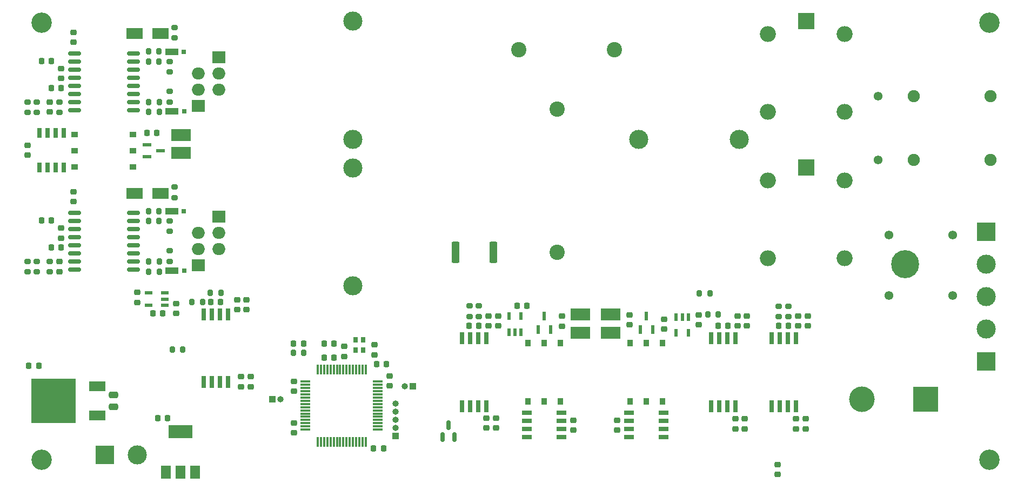
<source format=gbr>
%TF.GenerationSoftware,KiCad,Pcbnew,(6.0.9)*%
%TF.CreationDate,2023-03-15T23:45:40+00:00*%
%TF.ProjectId,GTI_V5,4754495f-5635-42e6-9b69-6361645f7063,rev?*%
%TF.SameCoordinates,Original*%
%TF.FileFunction,Soldermask,Top*%
%TF.FilePolarity,Negative*%
%FSLAX46Y46*%
G04 Gerber Fmt 4.6, Leading zero omitted, Abs format (unit mm)*
G04 Created by KiCad (PCBNEW (6.0.9)) date 2023-03-15 23:45:40*
%MOMM*%
%LPD*%
G01*
G04 APERTURE LIST*
G04 Aperture macros list*
%AMRoundRect*
0 Rectangle with rounded corners*
0 $1 Rounding radius*
0 $2 $3 $4 $5 $6 $7 $8 $9 X,Y pos of 4 corners*
0 Add a 4 corners polygon primitive as box body*
4,1,4,$2,$3,$4,$5,$6,$7,$8,$9,$2,$3,0*
0 Add four circle primitives for the rounded corners*
1,1,$1+$1,$2,$3*
1,1,$1+$1,$4,$5*
1,1,$1+$1,$6,$7*
1,1,$1+$1,$8,$9*
0 Add four rect primitives between the rounded corners*
20,1,$1+$1,$2,$3,$4,$5,0*
20,1,$1+$1,$4,$5,$6,$7,0*
20,1,$1+$1,$6,$7,$8,$9,0*
20,1,$1+$1,$8,$9,$2,$3,0*%
G04 Aperture macros list end*
%ADD10RoundRect,0.225000X-0.250000X0.225000X-0.250000X-0.225000X0.250000X-0.225000X0.250000X0.225000X0*%
%ADD11C,4.400000*%
%ADD12R,1.120000X0.960000*%
%ADD13C,2.400000*%
%ADD14C,1.381000*%
%ADD15C,1.905000*%
%ADD16R,2.500000X2.500000*%
%ADD17O,2.500000X2.500000*%
%ADD18R,4.000000X4.000000*%
%ADD19C,4.000000*%
%ADD20R,0.600000X1.200000*%
%ADD21RoundRect,0.200000X-0.275000X0.200000X-0.275000X-0.200000X0.275000X-0.200000X0.275000X0.200000X0*%
%ADD22RoundRect,0.225000X0.250000X-0.225000X0.250000X0.225000X-0.250000X0.225000X-0.250000X-0.225000X0*%
%ADD23R,1.500000X2.000000*%
%ADD24R,3.800000X2.000000*%
%ADD25R,1.525000X0.650000*%
%ADD26RoundRect,0.225000X0.225000X0.250000X-0.225000X0.250000X-0.225000X-0.250000X0.225000X-0.250000X0*%
%ADD27R,3.000000X3.000000*%
%ADD28C,3.000000*%
%ADD29RoundRect,0.225000X-0.225000X-0.250000X0.225000X-0.250000X0.225000X0.250000X-0.225000X0.250000X0*%
%ADD30RoundRect,0.200000X0.200000X0.275000X-0.200000X0.275000X-0.200000X-0.275000X0.200000X-0.275000X0*%
%ADD31R,0.960000X1.120000*%
%ADD32R,0.600000X1.350000*%
%ADD33C,3.200000*%
%ADD34R,2.500000X1.500000*%
%ADD35R,7.000000X7.000000*%
%ADD36R,3.100000X1.900000*%
%ADD37R,1.000000X1.000000*%
%ADD38O,1.000000X1.000000*%
%ADD39RoundRect,0.200000X0.275000X-0.200000X0.275000X0.200000X-0.275000X0.200000X-0.275000X-0.200000X0*%
%ADD40RoundRect,0.150000X-0.875000X-0.150000X0.875000X-0.150000X0.875000X0.150000X-0.875000X0.150000X0*%
%ADD41R,2.000000X1.100000*%
%ADD42R,0.800000X0.800000*%
%ADD43RoundRect,0.250000X-0.475000X0.250000X-0.475000X-0.250000X0.475000X-0.250000X0.475000X0.250000X0*%
%ADD44RoundRect,0.150000X0.150000X-0.587500X0.150000X0.587500X-0.150000X0.587500X-0.150000X-0.587500X0*%
%ADD45R,0.800000X0.900000*%
%ADD46R,0.650000X1.850000*%
%ADD47RoundRect,0.075000X-0.075000X0.700000X-0.075000X-0.700000X0.075000X-0.700000X0.075000X0.700000X0*%
%ADD48RoundRect,0.075000X-0.700000X0.075000X-0.700000X-0.075000X0.700000X-0.075000X0.700000X0.075000X0*%
%ADD49R,1.200000X0.600000*%
%ADD50R,1.350000X0.600000*%
%ADD51RoundRect,0.200000X-0.200000X-0.275000X0.200000X-0.275000X0.200000X0.275000X-0.200000X0.275000X0*%
%ADD52R,2.500000X1.800000*%
%ADD53RoundRect,0.218750X0.218750X0.256250X-0.218750X0.256250X-0.218750X-0.256250X0.218750X-0.256250X0*%
%ADD54RoundRect,0.250000X0.362500X1.425000X-0.362500X1.425000X-0.362500X-1.425000X0.362500X-1.425000X0*%
%ADD55R,0.650000X1.525000*%
%ADD56R,2.000000X1.905000*%
%ADD57O,2.000000X1.905000*%
G04 APERTURE END LIST*
D10*
%TO.C,C44*%
X74300000Y-97250000D03*
X74300000Y-98800000D03*
%TD*%
D11*
%TO.C,H5*%
X188500000Y-91100000D03*
%TD*%
D12*
%TO.C,T1*%
X58430000Y-70760000D03*
X58430000Y-73300000D03*
X58430000Y-75840000D03*
X67570000Y-75840000D03*
X67570000Y-73300000D03*
X67570000Y-70760000D03*
%TD*%
D13*
%TO.C,C20*%
X134000000Y-66750000D03*
X134000000Y-89250000D03*
%TD*%
D14*
%TO.C,C27*%
X184250000Y-74750000D03*
X184250000Y-64750000D03*
%TD*%
D15*
%TO.C,L5*%
X189900000Y-64750000D03*
X201900000Y-64750000D03*
X189900000Y-74750000D03*
X201900000Y-74750000D03*
%TD*%
D16*
%TO.C,K1*%
X173000000Y-53000000D03*
D17*
X167000000Y-55000000D03*
X167000000Y-67200000D03*
X179000000Y-67200000D03*
X179000000Y-55000000D03*
%TD*%
D14*
%TO.C,C22*%
X196000000Y-96000000D03*
X186000000Y-96000000D03*
%TD*%
D18*
%TO.C,C32*%
X191750000Y-112250000D03*
D19*
X181750000Y-112250000D03*
%TD*%
D20*
%TO.C,PS3*%
X126450000Y-101750000D03*
X127400000Y-101750000D03*
X128350000Y-101750000D03*
X128350000Y-99250000D03*
X126450000Y-99250000D03*
%TD*%
D21*
%TO.C,R43*%
X73277500Y-89005000D03*
X73277500Y-90655000D03*
%TD*%
D10*
%TO.C,C45*%
X171400000Y-115325000D03*
X171400000Y-116875000D03*
%TD*%
D22*
%TO.C,C17*%
X105387500Y-105275000D03*
X105387500Y-103725000D03*
%TD*%
D23*
%TO.C,U4*%
X72700000Y-123650000D03*
D24*
X75000000Y-117350000D03*
D23*
X75000000Y-123650000D03*
X77300000Y-123650000D03*
%TD*%
D25*
%TO.C,IC7*%
X145249500Y-114345000D03*
X145249500Y-115615000D03*
X145249500Y-116885000D03*
X145249500Y-118155000D03*
X150673500Y-118155000D03*
X150673500Y-116885000D03*
X150673500Y-115615000D03*
X150673500Y-114345000D03*
%TD*%
D26*
%TO.C,C40*%
X160750000Y-100750000D03*
X159200000Y-100750000D03*
%TD*%
D27*
%TO.C,J3*%
X201250000Y-106340000D03*
D28*
X201250000Y-101260000D03*
%TD*%
D29*
%TO.C,C4*%
X97475000Y-105750000D03*
X99025000Y-105750000D03*
%TD*%
D22*
%TO.C,C11*%
X54500000Y-67250000D03*
X54500000Y-65700000D03*
%TD*%
D30*
%TO.C,R29*%
X76775000Y-97000000D03*
X78425000Y-97000000D03*
%TD*%
D31*
%TO.C,T3*%
X129460000Y-112570000D03*
X132000000Y-112570000D03*
X134540000Y-112570000D03*
X134540000Y-103430000D03*
X132000000Y-103430000D03*
X129460000Y-103430000D03*
%TD*%
D32*
%TO.C,D3*%
X131050000Y-101350000D03*
X132950000Y-101350000D03*
X132000000Y-99250000D03*
%TD*%
D28*
%TO.C,L2*%
X102000000Y-53000000D03*
X102000000Y-71500000D03*
%TD*%
D33*
%TO.C,H2*%
X201750000Y-121750000D03*
%TD*%
D26*
%TO.C,C15*%
X54775000Y-59250000D03*
X53225000Y-59250000D03*
%TD*%
D20*
%TO.C,PS2*%
X154550000Y-99350000D03*
X153600000Y-99350000D03*
X152650000Y-99350000D03*
X152650000Y-101850000D03*
X154550000Y-101850000D03*
%TD*%
D34*
%TO.C,U3*%
X61925000Y-114800000D03*
D35*
X55075000Y-112500000D03*
D34*
X61925000Y-110200000D03*
%TD*%
D22*
%TO.C,C41*%
X162250000Y-100775000D03*
X162250000Y-99225000D03*
%TD*%
%TO.C,C13*%
X58250000Y-56275000D03*
X58250000Y-54725000D03*
%TD*%
D26*
%TO.C,C69*%
X106775000Y-120000000D03*
X105225000Y-120000000D03*
%TD*%
D22*
%TO.C,C42*%
X163750000Y-100775000D03*
X163750000Y-99225000D03*
%TD*%
D36*
%TO.C,C49*%
X142400000Y-99000000D03*
X142400000Y-101800000D03*
%TD*%
D37*
%TO.C,J6*%
X111400000Y-110200000D03*
D38*
X110130000Y-110200000D03*
%TD*%
D33*
%TO.C,H3*%
X53250000Y-53250000D03*
%TD*%
D25*
%TO.C,IC8*%
X129249500Y-114345000D03*
X129249500Y-115615000D03*
X129249500Y-116885000D03*
X129249500Y-118155000D03*
X134673500Y-118155000D03*
X134673500Y-116885000D03*
X134673500Y-115615000D03*
X134673500Y-114345000D03*
%TD*%
D10*
%TO.C,C39*%
X161900000Y-115325000D03*
X161900000Y-116875000D03*
%TD*%
D26*
%TO.C,C26*%
X56275000Y-88475000D03*
X54725000Y-88475000D03*
%TD*%
D22*
%TO.C,C14*%
X56250000Y-87000000D03*
X56250000Y-85450000D03*
%TD*%
D21*
%TO.C,R32*%
X73277500Y-64005000D03*
X73277500Y-65655000D03*
%TD*%
D22*
%TO.C,C63*%
X136500000Y-117075000D03*
X136500000Y-115525000D03*
%TD*%
D30*
%TO.C,R42*%
X71675000Y-90700000D03*
X70025000Y-90700000D03*
%TD*%
D39*
%TO.C,R21*%
X121750000Y-99263530D03*
X121750000Y-97613530D03*
%TD*%
D32*
%TO.C,D2*%
X147050000Y-101350000D03*
X148950000Y-101350000D03*
X148000000Y-99250000D03*
%TD*%
D29*
%TO.C,C37*%
X70675000Y-98800000D03*
X72225000Y-98800000D03*
%TD*%
D40*
%TO.C,U2*%
X58350000Y-58030000D03*
X58350000Y-59300000D03*
X58350000Y-60570000D03*
X58350000Y-61840000D03*
X58350000Y-63110000D03*
X58350000Y-64380000D03*
X58350000Y-65650000D03*
X58350000Y-66920000D03*
X67650000Y-66920000D03*
X67650000Y-65650000D03*
X67650000Y-64380000D03*
X67650000Y-63110000D03*
X67650000Y-61840000D03*
X67650000Y-60570000D03*
X67650000Y-59300000D03*
X67650000Y-58030000D03*
%TD*%
D39*
%TO.C,R22*%
X120250000Y-99263530D03*
X120250000Y-97613530D03*
%TD*%
D22*
%TO.C,C29*%
X58250000Y-81275000D03*
X58250000Y-79725000D03*
%TD*%
D39*
%TO.C,R13*%
X73277500Y-60955000D03*
X73277500Y-59305000D03*
%TD*%
%TO.C,R44*%
X54500000Y-92300000D03*
X54500000Y-90650000D03*
%TD*%
%TO.C,R18*%
X170250000Y-99325000D03*
X170250000Y-97675000D03*
%TD*%
D30*
%TO.C,R36*%
X71625000Y-84300000D03*
X69975000Y-84300000D03*
%TD*%
D22*
%TO.C,C53*%
X150800000Y-101275000D03*
X150800000Y-99725000D03*
%TD*%
D39*
%TO.C,R1*%
X74077500Y-55655000D03*
X74077500Y-54005000D03*
%TD*%
D40*
%TO.C,U5*%
X58350000Y-83030000D03*
X58350000Y-84300000D03*
X58350000Y-85570000D03*
X58350000Y-86840000D03*
X58350000Y-88110000D03*
X58350000Y-89380000D03*
X58350000Y-90650000D03*
X58350000Y-91920000D03*
X67650000Y-91920000D03*
X67650000Y-90650000D03*
X67650000Y-89380000D03*
X67650000Y-88110000D03*
X67650000Y-86840000D03*
X67650000Y-85570000D03*
X67650000Y-84300000D03*
X67650000Y-83030000D03*
%TD*%
D10*
%TO.C,C51*%
X145300000Y-99025000D03*
X145300000Y-100575000D03*
%TD*%
%TO.C,C56*%
X124400000Y-115225000D03*
X124400000Y-116775000D03*
%TD*%
D26*
%TO.C,C75*%
X72975000Y-115200000D03*
X71425000Y-115200000D03*
%TD*%
D39*
%TO.C,R39*%
X52500000Y-92300000D03*
X52500000Y-90650000D03*
%TD*%
%TO.C,R34*%
X74077500Y-79005000D03*
X74077500Y-80655000D03*
%TD*%
D22*
%TO.C,C48*%
X171750000Y-100750000D03*
X171750000Y-99200000D03*
%TD*%
%TO.C,C55*%
X124725000Y-100725000D03*
X124725000Y-99175000D03*
%TD*%
D16*
%TO.C,K2*%
X173000000Y-75972500D03*
D17*
X167000000Y-77972500D03*
X167000000Y-90172500D03*
X179000000Y-90172500D03*
X179000000Y-77972500D03*
%TD*%
D22*
%TO.C,C71*%
X168500000Y-124025000D03*
X168500000Y-122475000D03*
%TD*%
%TO.C,C67*%
X83875000Y-98200000D03*
X83875000Y-96650000D03*
%TD*%
D31*
%TO.C,T2*%
X145460000Y-112570000D03*
X148000000Y-112570000D03*
X150540000Y-112570000D03*
X150540000Y-103430000D03*
X148000000Y-103430000D03*
X145460000Y-103430000D03*
%TD*%
D41*
%TO.C,D7*%
X73670000Y-67130000D03*
D42*
X75570000Y-67130000D03*
%TD*%
D43*
%TO.C,C73*%
X64500000Y-111550000D03*
X64500000Y-113450000D03*
%TD*%
D22*
%TO.C,C31*%
X56000000Y-92250000D03*
X56000000Y-90700000D03*
%TD*%
D39*
%TO.C,R38*%
X51000000Y-92300000D03*
X51000000Y-90650000D03*
%TD*%
D22*
%TO.C,C43*%
X51000000Y-73998500D03*
X51000000Y-72448500D03*
%TD*%
%TO.C,C65*%
X84500000Y-108725000D03*
X84500000Y-110275000D03*
%TD*%
D44*
%TO.C,Q2*%
X116050000Y-118187500D03*
X117950000Y-118187500D03*
X117000000Y-116312500D03*
%TD*%
D41*
%TO.C,D5*%
X73600000Y-57830000D03*
D42*
X75500000Y-57830000D03*
%TD*%
D26*
%TO.C,C12*%
X56275000Y-63475000D03*
X54725000Y-63475000D03*
%TD*%
D28*
%TO.C,L4*%
X162550000Y-71500000D03*
X146750000Y-71500000D03*
%TD*%
D41*
%TO.C,D11*%
X73670000Y-92130000D03*
D42*
X75570000Y-92130000D03*
%TD*%
D29*
%TO.C,C74*%
X51225000Y-107000000D03*
X52775000Y-107000000D03*
%TD*%
D39*
%TO.C,R3*%
X52500000Y-67300000D03*
X52500000Y-65650000D03*
%TD*%
D27*
%TO.C,J2*%
X63170000Y-121000000D03*
D28*
X68250000Y-121000000D03*
%TD*%
D30*
%TO.C,R30*%
X94325000Y-105000000D03*
X92675000Y-105000000D03*
%TD*%
D22*
%TO.C,C3*%
X92750000Y-111025000D03*
X92750000Y-109475000D03*
%TD*%
D45*
%TO.C,Y1*%
X102375000Y-102925000D03*
X102375000Y-104575000D03*
X103625000Y-104575000D03*
X103625000Y-102925000D03*
%TD*%
D26*
%TO.C,C35*%
X69725000Y-70500000D03*
X71275000Y-70500000D03*
%TD*%
D46*
%TO.C,IC9*%
X82405000Y-98925000D03*
X81135000Y-98925000D03*
X79865000Y-98925000D03*
X78595000Y-98925000D03*
X78595000Y-109575000D03*
X79865000Y-109575000D03*
X81135000Y-109575000D03*
X82405000Y-109575000D03*
%TD*%
D22*
%TO.C,C54*%
X156200000Y-100575000D03*
X156200000Y-99025000D03*
%TD*%
D30*
%TO.C,R40*%
X75325000Y-104500000D03*
X73675000Y-104500000D03*
%TD*%
D13*
%TO.C,C33*%
X128000000Y-57500000D03*
X143000000Y-57500000D03*
%TD*%
D29*
%TO.C,C61*%
X127725000Y-97600000D03*
X129275000Y-97600000D03*
%TD*%
D10*
%TO.C,C38*%
X163400000Y-115325000D03*
X163400000Y-116875000D03*
%TD*%
D30*
%TO.C,R11*%
X71625000Y-59300000D03*
X69975000Y-59300000D03*
%TD*%
%TO.C,R31*%
X71675000Y-65700000D03*
X70025000Y-65700000D03*
%TD*%
D22*
%TO.C,C60*%
X123250000Y-100725000D03*
X123250000Y-99175000D03*
%TD*%
D10*
%TO.C,C70*%
X107750000Y-108625000D03*
X107750000Y-110175000D03*
%TD*%
D47*
%TO.C,U1*%
X104000000Y-107575000D03*
X103500000Y-107575000D03*
X103000000Y-107575000D03*
X102500000Y-107575000D03*
X102000000Y-107575000D03*
X101500000Y-107575000D03*
X101000000Y-107575000D03*
X100500000Y-107575000D03*
X100000000Y-107575000D03*
X99500000Y-107575000D03*
X99000000Y-107575000D03*
X98500000Y-107575000D03*
X98000000Y-107575000D03*
X97500000Y-107575000D03*
X97000000Y-107575000D03*
X96500000Y-107575000D03*
D48*
X94575000Y-109500000D03*
X94575000Y-110000000D03*
X94575000Y-110500000D03*
X94575000Y-111000000D03*
X94575000Y-111500000D03*
X94575000Y-112000000D03*
X94575000Y-112500000D03*
X94575000Y-113000000D03*
X94575000Y-113500000D03*
X94575000Y-114000000D03*
X94575000Y-114500000D03*
X94575000Y-115000000D03*
X94575000Y-115500000D03*
X94575000Y-116000000D03*
X94575000Y-116500000D03*
X94575000Y-117000000D03*
D47*
X96500000Y-118925000D03*
X97000000Y-118925000D03*
X97500000Y-118925000D03*
X98000000Y-118925000D03*
X98500000Y-118925000D03*
X99000000Y-118925000D03*
X99500000Y-118925000D03*
X100000000Y-118925000D03*
X100500000Y-118925000D03*
X101000000Y-118925000D03*
X101500000Y-118925000D03*
X102000000Y-118925000D03*
X102500000Y-118925000D03*
X103000000Y-118925000D03*
X103500000Y-118925000D03*
X104000000Y-118925000D03*
D48*
X105925000Y-117000000D03*
X105925000Y-116500000D03*
X105925000Y-116000000D03*
X105925000Y-115500000D03*
X105925000Y-115000000D03*
X105925000Y-114500000D03*
X105925000Y-114000000D03*
X105925000Y-113500000D03*
X105925000Y-113000000D03*
X105925000Y-112500000D03*
X105925000Y-112000000D03*
X105925000Y-111500000D03*
X105925000Y-111000000D03*
X105925000Y-110500000D03*
X105925000Y-110000000D03*
X105925000Y-109500000D03*
%TD*%
D10*
%TO.C,C59*%
X172900000Y-115325000D03*
X172900000Y-116875000D03*
%TD*%
D26*
%TO.C,C10*%
X99025000Y-103500000D03*
X97475000Y-103500000D03*
%TD*%
D39*
%TO.C,R19*%
X168750000Y-99325000D03*
X168750000Y-97675000D03*
%TD*%
D10*
%TO.C,C52*%
X134750000Y-99250000D03*
X134750000Y-100800000D03*
%TD*%
D49*
%TO.C,PS1*%
X72500000Y-97500000D03*
X72500000Y-96550000D03*
X72500000Y-95600000D03*
X70000000Y-95600000D03*
X70000000Y-97500000D03*
%TD*%
D39*
%TO.C,R2*%
X51000000Y-67300000D03*
X51000000Y-65650000D03*
%TD*%
D14*
%TO.C,C28*%
X186000000Y-86500000D03*
X196000000Y-86500000D03*
%TD*%
D50*
%TO.C,D1*%
X69762500Y-72350000D03*
X69762500Y-74250000D03*
X71862500Y-73300000D03*
%TD*%
D46*
%TO.C,IC5*%
X171405000Y-102675000D03*
X170135000Y-102675000D03*
X168865000Y-102675000D03*
X167595000Y-102675000D03*
X167595000Y-113325000D03*
X168865000Y-113325000D03*
X170135000Y-113325000D03*
X171405000Y-113325000D03*
%TD*%
D22*
%TO.C,C68*%
X85325000Y-98200000D03*
X85325000Y-96650000D03*
%TD*%
%TO.C,C47*%
X173250000Y-100750000D03*
X173250000Y-99200000D03*
%TD*%
D51*
%TO.C,R35*%
X71625000Y-82750000D03*
X69975000Y-82750000D03*
%TD*%
D52*
%TO.C,D8*%
X67827500Y-54975000D03*
X71827500Y-54975000D03*
%TD*%
D46*
%TO.C,IC6*%
X122905000Y-102675000D03*
X121635000Y-102675000D03*
X120365000Y-102675000D03*
X119095000Y-102675000D03*
X119095000Y-113325000D03*
X120365000Y-113325000D03*
X121635000Y-113325000D03*
X122905000Y-113325000D03*
%TD*%
D30*
%TO.C,R20*%
X157575000Y-99000000D03*
X159225000Y-99000000D03*
%TD*%
D51*
%TO.C,R15*%
X70025000Y-67250000D03*
X71675000Y-67250000D03*
%TD*%
D22*
%TO.C,C16*%
X100637500Y-105525000D03*
X100637500Y-103975000D03*
%TD*%
D26*
%TO.C,C30*%
X54775000Y-84250000D03*
X53225000Y-84250000D03*
%TD*%
D37*
%TO.C,J5*%
X89400000Y-112250000D03*
D38*
X90670000Y-112250000D03*
%TD*%
D53*
%TO.C,D4*%
X94277500Y-103500000D03*
X92702500Y-103500000D03*
%TD*%
D26*
%TO.C,C46*%
X170250000Y-100750000D03*
X168700000Y-100750000D03*
%TD*%
D28*
%TO.C,L1*%
X102000000Y-94500000D03*
X102000000Y-76000000D03*
%TD*%
D51*
%TO.C,R41*%
X70025000Y-92250000D03*
X71675000Y-92250000D03*
%TD*%
D54*
%TO.C,R10*%
X123962500Y-89250000D03*
X118037500Y-89250000D03*
%TD*%
D10*
%TO.C,C57*%
X122900000Y-115225000D03*
X122900000Y-116775000D03*
%TD*%
D30*
%TO.C,R27*%
X81325000Y-95600000D03*
X79675000Y-95600000D03*
%TD*%
D22*
%TO.C,C1*%
X92750000Y-117525000D03*
X92750000Y-115975000D03*
%TD*%
D37*
%TO.C,J4*%
X108700000Y-118000000D03*
D38*
X108700000Y-116730000D03*
X108700000Y-115460000D03*
X108700000Y-114190000D03*
X108700000Y-112920000D03*
%TD*%
D10*
%TO.C,C36*%
X68250000Y-95525000D03*
X68250000Y-97075000D03*
%TD*%
D36*
%TO.C,C34*%
X75036000Y-70850000D03*
X75036000Y-73650000D03*
%TD*%
D22*
%TO.C,C62*%
X143400000Y-117075000D03*
X143400000Y-115525000D03*
%TD*%
D41*
%TO.C,D10*%
X73600000Y-82830000D03*
D42*
X75500000Y-82830000D03*
%TD*%
D29*
%TO.C,C2*%
X105725000Y-106750000D03*
X107275000Y-106750000D03*
%TD*%
D55*
%TO.C,IC3*%
X56655000Y-70549500D03*
X55385000Y-70549500D03*
X54115000Y-70549500D03*
X52845000Y-70549500D03*
X52845000Y-75973500D03*
X54115000Y-75973500D03*
X55385000Y-75973500D03*
X56655000Y-75973500D03*
%TD*%
D26*
%TO.C,C58*%
X121750000Y-100700000D03*
X120200000Y-100700000D03*
%TD*%
D33*
%TO.C,H4*%
X201750000Y-53250000D03*
%TD*%
D39*
%TO.C,R33*%
X56000000Y-67300000D03*
X56000000Y-65650000D03*
%TD*%
D51*
%TO.C,R6*%
X69975000Y-57750000D03*
X71625000Y-57750000D03*
%TD*%
D46*
%TO.C,IC4*%
X161905000Y-102675000D03*
X160635000Y-102675000D03*
X159365000Y-102675000D03*
X158095000Y-102675000D03*
X158095000Y-113325000D03*
X159365000Y-113325000D03*
X160635000Y-113325000D03*
X161905000Y-113325000D03*
%TD*%
D22*
%TO.C,C18*%
X56250000Y-62000000D03*
X56250000Y-60450000D03*
%TD*%
D39*
%TO.C,R37*%
X73277500Y-85955000D03*
X73277500Y-84305000D03*
%TD*%
D22*
%TO.C,C64*%
X86000000Y-110275000D03*
X86000000Y-108725000D03*
%TD*%
D27*
%TO.C,J1*%
X201250000Y-86000000D03*
D28*
X201250000Y-91080000D03*
X201250000Y-96160000D03*
%TD*%
D36*
%TO.C,C50*%
X137600000Y-101800000D03*
X137600000Y-99000000D03*
%TD*%
D26*
%TO.C,C66*%
X81250000Y-97000000D03*
X79700000Y-97000000D03*
%TD*%
D33*
%TO.C,H1*%
X53250000Y-121750000D03*
%TD*%
D52*
%TO.C,D9*%
X67827500Y-79975000D03*
X71827500Y-79975000D03*
%TD*%
D56*
%TO.C,Q5*%
X77777500Y-91285000D03*
D57*
X77777500Y-88745000D03*
X77777500Y-86205000D03*
%TD*%
D30*
%TO.C,R12*%
X156275000Y-95700000D03*
X157925000Y-95700000D03*
%TD*%
D56*
%TO.C,Q3*%
X77777500Y-66285000D03*
D57*
X77777500Y-63745000D03*
X77777500Y-61205000D03*
%TD*%
D56*
%TO.C,Q4*%
X80972500Y-83665000D03*
D57*
X80972500Y-86205000D03*
X80972500Y-88745000D03*
%TD*%
D56*
%TO.C,Q1*%
X80972500Y-58665000D03*
D57*
X80972500Y-61205000D03*
X80972500Y-63745000D03*
%TD*%
M02*

</source>
